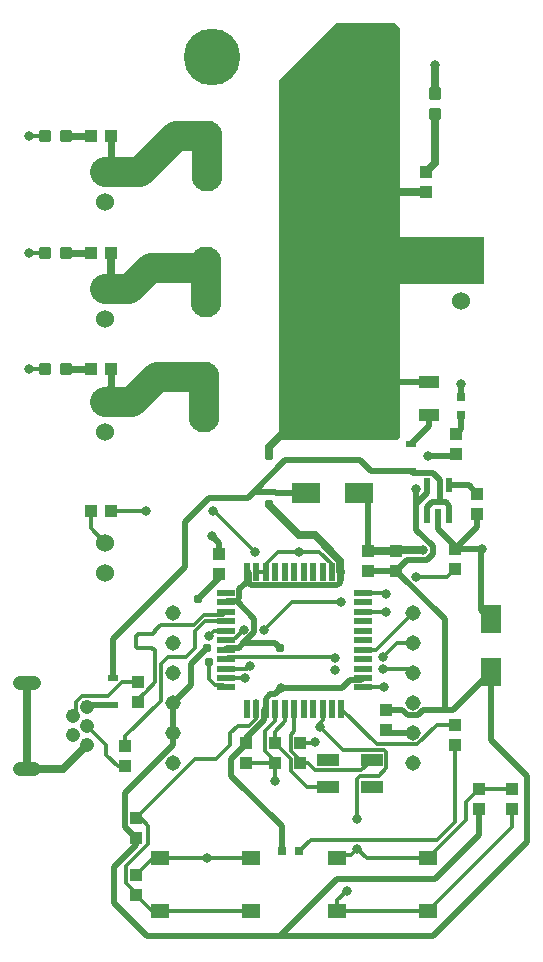
<source format=gbr>
G04 EAGLE Gerber RS-274X export*
G75*
%MOMM*%
%FSLAX34Y34*%
%LPD*%
%INTop Copper*%
%IPPOS*%
%AMOC8*
5,1,8,0,0,1.08239X$1,22.5*%
G01*
%ADD10C,4.800000*%
%ADD11R,1.000000X1.100000*%
%ADD12R,0.830000X0.630000*%
%ADD13C,1.308000*%
%ADD14R,1.800000X1.000000*%
%ADD15C,1.524000*%
%ADD16R,0.800000X0.800000*%
%ADD17C,0.300000*%
%ADD18R,1.550000X1.300000*%
%ADD19R,1.100000X1.000000*%
%ADD20R,0.550000X1.200000*%
%ADD21R,1.900000X1.100000*%
%ADD22C,2.625000*%
%ADD23R,1.500000X0.500000*%
%ADD24R,0.500000X1.500000*%
%ADD25C,1.208000*%
%ADD26C,1.208000*%
%ADD27R,1.524000X1.524000*%
%ADD28R,2.489200X1.752600*%
%ADD29R,1.752600X2.489200*%
%ADD30C,0.806400*%
%ADD31C,0.304800*%
%ADD32C,0.635000*%
%ADD33C,0.508000*%
%ADD34C,0.787400*%
%ADD35C,2.540000*%
%ADD36C,0.609600*%
%ADD37C,0.203200*%

G36*
X345448Y348744D02*
X345448Y348744D01*
X345455Y348743D01*
X345545Y348764D01*
X345637Y348782D01*
X345643Y348787D01*
X345651Y348789D01*
X345799Y348891D01*
X348339Y351431D01*
X348343Y351438D01*
X348349Y351442D01*
X348398Y351521D01*
X348450Y351598D01*
X348451Y351606D01*
X348455Y351613D01*
X348487Y351790D01*
X348487Y480823D01*
X419100Y480823D01*
X419105Y480824D01*
X419110Y480823D01*
X419203Y480844D01*
X419297Y480862D01*
X419301Y480865D01*
X419306Y480866D01*
X419384Y480922D01*
X419462Y480975D01*
X419465Y480979D01*
X419469Y480982D01*
X419520Y481064D01*
X419572Y481143D01*
X419572Y481148D01*
X419575Y481153D01*
X419607Y481330D01*
X419607Y520065D01*
X419606Y520070D01*
X419607Y520075D01*
X419586Y520168D01*
X419568Y520262D01*
X419565Y520266D01*
X419564Y520271D01*
X419508Y520349D01*
X419455Y520427D01*
X419451Y520430D01*
X419448Y520434D01*
X419366Y520485D01*
X419287Y520537D01*
X419282Y520537D01*
X419277Y520540D01*
X419100Y520572D01*
X348487Y520572D01*
X348487Y697230D01*
X348487Y697232D01*
X348487Y697234D01*
X348486Y697239D01*
X348487Y697245D01*
X348466Y697335D01*
X348448Y697427D01*
X348443Y697433D01*
X348441Y697441D01*
X348339Y697589D01*
X344529Y701399D01*
X344522Y701403D01*
X344518Y701409D01*
X344439Y701458D01*
X344362Y701510D01*
X344354Y701511D01*
X344347Y701515D01*
X344170Y701547D01*
X294640Y701547D01*
X294632Y701546D01*
X294625Y701547D01*
X294535Y701526D01*
X294444Y701508D01*
X294437Y701503D01*
X294429Y701501D01*
X294281Y701399D01*
X246021Y653139D01*
X246017Y653132D01*
X246011Y653128D01*
X245962Y653049D01*
X245910Y652972D01*
X245909Y652964D01*
X245905Y652957D01*
X245873Y652780D01*
X245873Y349250D01*
X245874Y349245D01*
X245873Y349240D01*
X245894Y349147D01*
X245912Y349054D01*
X245915Y349049D01*
X245916Y349044D01*
X245972Y348966D01*
X246025Y348888D01*
X246029Y348885D01*
X246032Y348881D01*
X246114Y348830D01*
X246193Y348778D01*
X246198Y348778D01*
X246203Y348775D01*
X246380Y348743D01*
X345440Y348743D01*
X345448Y348744D01*
G37*
D10*
X320040Y673100D03*
D11*
X345440Y237880D03*
X345440Y254880D03*
X414020Y303140D03*
X414020Y286140D03*
X264160Y75320D03*
X264160Y92320D03*
X321310Y237880D03*
X321310Y254880D03*
X242570Y92320D03*
X242570Y75320D03*
X394970Y239150D03*
X394970Y256150D03*
X218440Y92320D03*
X218440Y75320D03*
X336550Y120260D03*
X336550Y103260D03*
D12*
X358140Y322510D03*
X358140Y345510D03*
D13*
X359460Y75430D03*
X359460Y100830D03*
X359460Y126230D03*
X359460Y151630D03*
X359460Y177030D03*
X359460Y202430D03*
X156260Y75430D03*
X156260Y100830D03*
X156260Y126230D03*
X156260Y151630D03*
X156260Y177030D03*
X156260Y202430D03*
D14*
X373380Y397540D03*
X373380Y369540D03*
D10*
X189230Y673100D03*
D15*
X99060Y355600D03*
X99060Y381000D03*
X99060Y450850D03*
X99060Y476250D03*
X99060Y549910D03*
X99060Y575310D03*
X99060Y236220D03*
X99060Y261620D03*
D16*
X263405Y635D03*
X248405Y635D03*
X400050Y384690D03*
X400050Y369690D03*
D17*
X381960Y638365D02*
X374960Y638365D01*
X374960Y645365D01*
X381960Y645365D01*
X381960Y638365D01*
X381960Y641215D02*
X374960Y641215D01*
X374960Y644065D02*
X381960Y644065D01*
X381960Y620825D02*
X374960Y620825D01*
X374960Y627825D01*
X381960Y627825D01*
X381960Y620825D01*
X381960Y623675D02*
X374960Y623675D01*
X374960Y626525D02*
X381960Y626525D01*
D18*
X222500Y-50440D03*
X145800Y-50440D03*
X145800Y-5440D03*
X222500Y-5440D03*
X295660Y-5440D03*
X372360Y-5440D03*
X372360Y-50440D03*
X295660Y-50440D03*
D19*
X125095Y11185D03*
X125095Y28185D03*
D11*
X396240Y353940D03*
X396240Y336940D03*
X370840Y575555D03*
X370840Y558555D03*
D19*
X86750Y288290D03*
X103750Y288290D03*
D11*
X116205Y72145D03*
X116205Y89145D03*
X394970Y107560D03*
X394970Y90560D03*
X127000Y143755D03*
X127000Y126755D03*
D19*
X415290Y35950D03*
X415290Y52950D03*
D20*
X371500Y284179D03*
X381000Y284179D03*
X390500Y284179D03*
X390500Y310181D03*
X371500Y310181D03*
D21*
X287570Y54540D03*
X324570Y77540D03*
X287570Y77540D03*
X324570Y54540D03*
D22*
X184110Y499600D03*
X184110Y465600D03*
X318810Y499600D03*
X318810Y465600D03*
X182840Y401810D03*
X182840Y367810D03*
X317540Y401810D03*
X317540Y367810D03*
X185380Y606280D03*
X185380Y572280D03*
X320080Y606280D03*
X320080Y572280D03*
D19*
X86750Y506730D03*
X103750Y506730D03*
X86750Y408940D03*
X103750Y408940D03*
X86750Y605790D03*
X103750Y605790D03*
D17*
X51880Y609290D02*
X51880Y602290D01*
X44880Y602290D01*
X44880Y609290D01*
X51880Y609290D01*
X51880Y605140D02*
X44880Y605140D01*
X44880Y607990D02*
X51880Y607990D01*
X69420Y609290D02*
X69420Y602290D01*
X62420Y602290D01*
X62420Y609290D01*
X69420Y609290D01*
X69420Y605140D02*
X62420Y605140D01*
X62420Y607990D02*
X69420Y607990D01*
X51880Y412440D02*
X51880Y405440D01*
X44880Y405440D01*
X44880Y412440D01*
X51880Y412440D01*
X51880Y408290D02*
X44880Y408290D01*
X44880Y411140D02*
X51880Y411140D01*
X69420Y412440D02*
X69420Y405440D01*
X62420Y405440D01*
X62420Y412440D01*
X69420Y412440D01*
X69420Y408290D02*
X62420Y408290D01*
X62420Y411140D02*
X69420Y411140D01*
X51880Y503230D02*
X51880Y510230D01*
X51880Y503230D02*
X44880Y503230D01*
X44880Y510230D01*
X51880Y510230D01*
X51880Y506080D02*
X44880Y506080D01*
X44880Y508930D02*
X51880Y508930D01*
X69420Y510230D02*
X69420Y503230D01*
X62420Y503230D01*
X62420Y510230D01*
X69420Y510230D01*
X69420Y506080D02*
X62420Y506080D01*
X62420Y508930D02*
X69420Y508930D01*
D23*
X201080Y219070D03*
X201080Y211070D03*
X201080Y203070D03*
X201080Y195070D03*
X201080Y187070D03*
X201080Y179070D03*
X201080Y171070D03*
X201080Y163070D03*
X201080Y155070D03*
X201080Y147070D03*
X201080Y139070D03*
D24*
X219080Y121070D03*
X227080Y121070D03*
X235080Y121070D03*
X243080Y121070D03*
X251080Y121070D03*
X259080Y121070D03*
X267080Y121070D03*
X275080Y121070D03*
X283080Y121070D03*
X291080Y121070D03*
X299080Y121070D03*
D23*
X317080Y139070D03*
X317080Y147070D03*
X317080Y155070D03*
X317080Y163070D03*
X317080Y171070D03*
X317080Y179070D03*
X317080Y187070D03*
X317080Y195070D03*
X317080Y203070D03*
X317080Y211070D03*
X317080Y219070D03*
D24*
X299080Y237070D03*
X291080Y237070D03*
X283080Y237070D03*
X275080Y237070D03*
X267080Y237070D03*
X259080Y237070D03*
X251080Y237070D03*
X243080Y237070D03*
X235080Y237070D03*
X227080Y237070D03*
X219080Y237070D03*
D12*
X105410Y147390D03*
X105410Y124390D03*
D25*
X39060Y143180D02*
X26980Y143180D01*
X26980Y70180D02*
X39060Y70180D01*
D26*
X71520Y98680D03*
X71520Y114680D03*
X83520Y90680D03*
X83520Y106680D03*
X83520Y122680D03*
D11*
X195580Y235340D03*
X195580Y252340D03*
X125095Y-37075D03*
X125095Y-20075D03*
X443865Y52950D03*
X443865Y35950D03*
D27*
X400685Y501142D03*
D15*
X400685Y466090D03*
D28*
X269367Y303530D03*
X313563Y303530D03*
D29*
X425450Y152527D03*
X425450Y196723D03*
D30*
X34290Y408940D03*
D31*
X48380Y408940D01*
X48380Y506730D02*
X34290Y506730D01*
D30*
X34290Y506730D03*
D31*
X34290Y605790D02*
X48380Y605790D01*
D30*
X34290Y605790D03*
D32*
X378460Y641865D02*
X378460Y666115D01*
D30*
X378460Y666115D03*
D31*
X334650Y139070D02*
X317080Y139070D01*
X334650Y139070D02*
X335280Y139700D01*
D30*
X335280Y139700D03*
D31*
X201080Y187070D02*
X191360Y187070D01*
X187170Y182880D01*
D30*
X187170Y182880D03*
D31*
X227080Y237070D02*
X235080Y237070D01*
X317080Y219070D02*
X335920Y219070D01*
X336550Y218440D01*
D30*
X336550Y218440D03*
D33*
X381000Y273050D02*
X381000Y284179D01*
X381000Y273050D02*
X394970Y259080D01*
X394970Y256150D01*
X414020Y275200D01*
X414020Y286140D01*
D32*
X345440Y254880D02*
X321310Y254880D01*
D31*
X336550Y103260D02*
X338980Y100830D01*
D33*
X359460Y100830D01*
D31*
X372360Y-50440D02*
X295660Y-50440D01*
X241300Y75320D02*
X218440Y75320D01*
X241300Y75320D02*
X242570Y75320D01*
X242570Y59690D01*
D30*
X242570Y59690D03*
D33*
X394970Y256150D02*
X417440Y256150D01*
D32*
X417830Y256540D01*
D30*
X417830Y256540D03*
D31*
X243080Y121070D02*
X243080Y111060D01*
X264160Y92320D02*
X276470Y92320D01*
X276860Y92710D01*
D30*
X276860Y92710D03*
X368300Y255270D03*
D32*
X345830Y255270D02*
X345440Y254880D01*
X345830Y255270D02*
X368300Y255270D01*
D30*
X185420Y-5080D03*
D31*
X295660Y-40890D02*
X295660Y-50440D01*
X295660Y-40890D02*
X303530Y-33020D01*
D30*
X303530Y-33020D03*
D31*
X185060Y-5440D02*
X145800Y-5440D01*
X185060Y-5440D02*
X185420Y-5080D01*
X222140Y-5080D01*
X222500Y-5440D01*
D30*
X400050Y396240D03*
D33*
X400050Y384690D01*
D31*
X235080Y243840D02*
X235080Y237070D01*
X235080Y243840D02*
X245110Y253870D01*
X280461Y254000D02*
X291080Y243381D01*
X291080Y237070D01*
D30*
X262890Y254000D03*
D31*
X262760Y253870D02*
X245110Y253870D01*
X262760Y253870D02*
X262890Y254000D01*
X280461Y254000D01*
D32*
X33020Y143180D02*
X33020Y70180D01*
X63020Y70180D02*
X83520Y90680D01*
X63020Y70180D02*
X33020Y70180D01*
D33*
X195580Y252340D02*
X195580Y261620D01*
X189865Y267335D01*
D30*
X189865Y267335D03*
D31*
X139730Y-5440D02*
X125095Y-20075D01*
X139730Y-5440D02*
X145800Y-5440D01*
X443865Y21065D02*
X443865Y35950D01*
X443865Y21065D02*
X372360Y-50440D01*
D33*
X321310Y295783D02*
X313563Y303530D01*
X321310Y295783D02*
X321310Y254880D01*
X417440Y204733D02*
X425450Y196723D01*
X417440Y204733D02*
X417440Y256150D01*
D31*
X241300Y78780D02*
X241300Y75320D01*
X241300Y78780D02*
X234522Y85558D01*
X234522Y102502D01*
X243080Y111060D01*
D30*
X334010Y154742D03*
X293370Y154107D03*
D31*
X219205Y155070D02*
X201080Y155070D01*
X219205Y155070D02*
X221615Y157480D01*
D30*
X221615Y157480D03*
D31*
X334010Y154742D02*
X356348Y154742D01*
X359460Y151630D01*
D33*
X396240Y353940D02*
X400050Y357750D01*
X400050Y369690D01*
D34*
X187325Y160655D03*
D31*
X198628Y141522D02*
X201080Y139070D01*
X198628Y141522D02*
X192318Y141522D01*
X187325Y146515D01*
X187325Y160655D01*
X201080Y147070D02*
X216880Y147070D01*
X217074Y147264D01*
D30*
X217074Y147264D03*
D31*
X242570Y101600D02*
X242570Y92320D01*
X242570Y101600D02*
X251460Y110490D01*
X251460Y120690D01*
X251080Y121070D01*
X242570Y92320D02*
X256112Y78778D01*
X256112Y68558D01*
X270130Y54540D01*
X287570Y54540D01*
X270480Y75320D02*
X264160Y75320D01*
X270480Y75320D02*
X276808Y68992D01*
X316022Y68992D01*
X324570Y77540D01*
X256112Y85558D02*
X256112Y99083D01*
X264160Y77510D02*
X264160Y75320D01*
X264160Y77510D02*
X256112Y85558D01*
X256112Y99083D02*
X259080Y102051D01*
X259080Y121070D01*
X379750Y107560D02*
X394970Y107560D01*
X379750Y107560D02*
X363092Y90902D01*
X329248Y90902D02*
X299080Y121070D01*
X329248Y90902D02*
X363092Y90902D01*
X394970Y25400D02*
X379730Y10160D01*
X394970Y25400D02*
X394970Y90560D01*
X272930Y10160D02*
X263405Y635D01*
X272930Y10160D02*
X379730Y10160D01*
D33*
X358140Y345510D02*
X373380Y360750D01*
X373380Y369540D01*
D31*
X222500Y-50440D02*
X145800Y-50440D01*
X227080Y121070D02*
X227080Y127381D01*
X125095Y-37075D02*
X138460Y-50440D01*
X145800Y-50440D01*
X125095Y28185D02*
X175015Y78105D01*
X193040Y78105D01*
X205105Y90170D01*
X205105Y100330D01*
X211455Y106680D01*
X220980Y106680D01*
X227080Y112780D01*
X227080Y121070D01*
X135548Y21893D02*
X135548Y6828D01*
X125095Y-34886D02*
X125095Y-37075D01*
X125095Y-34886D02*
X116412Y-26203D01*
X135548Y21893D02*
X129256Y28185D01*
X125095Y28185D01*
X116412Y-12309D02*
X116412Y-26203D01*
X116412Y-12309D02*
X135548Y6828D01*
D30*
X334010Y165100D03*
X293370Y163830D03*
D31*
X292353Y164847D01*
X334010Y165100D02*
X345940Y177030D01*
X359460Y177030D01*
X202857Y164847D02*
X201080Y163070D01*
X202857Y164847D02*
X292353Y164847D01*
D32*
X378460Y583175D02*
X378460Y624325D01*
X378460Y583175D02*
X370840Y575555D01*
D31*
X306950Y-2930D02*
X298170Y-2930D01*
X295660Y-5440D01*
D30*
X312420Y27940D03*
X312420Y2540D03*
D31*
X306950Y-2930D01*
D30*
X280670Y105410D03*
D31*
X320400Y-5440D02*
X372360Y-5440D01*
X320400Y-5440D02*
X312420Y2540D01*
X404690Y42350D02*
X415290Y52950D01*
X337118Y84303D02*
X335333Y86088D01*
X337118Y84303D02*
X337118Y70778D01*
X299992Y86088D02*
X280670Y105410D01*
X299992Y86088D02*
X335333Y86088D01*
X315140Y64420D02*
X312022Y61303D01*
X330761Y64420D02*
X337118Y70778D01*
X330761Y64420D02*
X315140Y64420D01*
X280670Y105410D02*
X280670Y109220D01*
X283210Y111760D01*
X283210Y120940D01*
X283080Y121070D01*
X404690Y26890D02*
X372360Y-5440D01*
X404690Y26890D02*
X404690Y42350D01*
X312420Y27940D02*
X312022Y28338D01*
X312022Y61303D01*
X415290Y52950D02*
X443865Y52950D01*
X133350Y288290D02*
X103750Y288290D01*
D30*
X133350Y288290D03*
X225862Y254000D03*
X336550Y203200D03*
D31*
X317210Y203200D01*
X317080Y203070D01*
D30*
X190500Y288290D03*
D31*
X191572Y288290D02*
X225862Y254000D01*
X191572Y288290D02*
X190500Y288290D01*
X321310Y171070D02*
X323391Y171070D01*
X321310Y171070D02*
X317080Y171070D01*
X323391Y171070D02*
X328100Y171070D01*
X359460Y202430D01*
D35*
X182840Y401810D02*
X142730Y401810D01*
D36*
X104140Y408550D02*
X103750Y408940D01*
X104140Y408550D02*
X104140Y392938D01*
D35*
X121920Y381000D02*
X142730Y401810D01*
X121920Y381000D02*
X99060Y381000D01*
X182840Y367810D02*
X182840Y401810D01*
D32*
X104140Y392938D02*
X99060Y387858D01*
X99060Y381000D01*
D35*
X184110Y465600D02*
X184110Y499600D01*
X179030Y494520D01*
X137650Y494520D01*
X119380Y476250D01*
X104013Y476250D02*
X99060Y476250D01*
X104013Y476250D02*
X119380Y476250D01*
D32*
X104140Y506340D02*
X103750Y506730D01*
X104140Y476377D02*
X104013Y476250D01*
X104140Y476377D02*
X104140Y506340D01*
D35*
X159240Y606280D02*
X185380Y606280D01*
X128270Y575310D02*
X104013Y575310D01*
X99060Y575310D01*
X128270Y575310D02*
X159240Y606280D01*
X185380Y606280D02*
X185380Y572280D01*
D36*
X103750Y584590D02*
X103750Y605790D01*
X103750Y584590D02*
X104140Y584200D01*
D37*
X104013Y584073D01*
X104013Y575310D01*
D31*
X86750Y288290D02*
X86750Y273930D01*
X99060Y261620D01*
D36*
X86750Y605790D02*
X65920Y605790D01*
X65920Y408940D02*
X86750Y408940D01*
X86750Y506730D02*
X65920Y506730D01*
D31*
X146050Y158750D02*
X146050Y127390D01*
X146050Y158750D02*
X152400Y165100D01*
X167640Y165100D01*
X175260Y172720D01*
X175260Y186690D01*
X183640Y195070D01*
X201080Y195070D01*
X146050Y127390D02*
X116205Y97545D01*
X116205Y89145D01*
X127000Y126755D02*
X127000Y128990D01*
X133217Y135207D01*
X133263Y135207D01*
X198628Y200618D02*
X201080Y203070D01*
X141478Y143423D02*
X133263Y135207D01*
X141478Y143423D02*
X141478Y168764D01*
X141476Y168879D01*
X141470Y168993D01*
X141461Y169107D01*
X141447Y169221D01*
X141430Y169334D01*
X141409Y169447D01*
X141385Y169559D01*
X141356Y169670D01*
X141324Y169780D01*
X141288Y169889D01*
X141249Y169996D01*
X141206Y170103D01*
X141159Y170207D01*
X141109Y170311D01*
X141056Y170412D01*
X140999Y170511D01*
X140939Y170609D01*
X140876Y170705D01*
X140810Y170798D01*
X140740Y170889D01*
X140668Y170978D01*
X140592Y171064D01*
X140514Y171148D01*
X140433Y171229D01*
X140349Y171307D01*
X140263Y171383D01*
X140174Y171455D01*
X140083Y171525D01*
X139990Y171591D01*
X139894Y171654D01*
X139796Y171714D01*
X139697Y171771D01*
X139596Y171824D01*
X139492Y171874D01*
X139388Y171921D01*
X139281Y171964D01*
X139174Y172003D01*
X139065Y172039D01*
X138955Y172071D01*
X138844Y172100D01*
X138732Y172124D01*
X138619Y172145D01*
X138506Y172162D01*
X138392Y172176D01*
X138278Y172185D01*
X138164Y172191D01*
X138049Y172193D01*
X128372Y172193D01*
X128257Y172195D01*
X128143Y172201D01*
X128029Y172210D01*
X127915Y172224D01*
X127802Y172241D01*
X127689Y172262D01*
X127577Y172286D01*
X127466Y172315D01*
X127356Y172347D01*
X127247Y172383D01*
X127140Y172422D01*
X127033Y172465D01*
X126929Y172512D01*
X126825Y172562D01*
X126724Y172615D01*
X126625Y172672D01*
X126527Y172732D01*
X126431Y172795D01*
X126338Y172861D01*
X126247Y172931D01*
X126158Y173003D01*
X126072Y173079D01*
X125988Y173157D01*
X125907Y173238D01*
X125829Y173322D01*
X125753Y173408D01*
X125681Y173497D01*
X125611Y173588D01*
X125545Y173681D01*
X125482Y173777D01*
X125422Y173875D01*
X125365Y173974D01*
X125312Y174075D01*
X125262Y174179D01*
X125215Y174283D01*
X125172Y174390D01*
X125133Y174497D01*
X125097Y174606D01*
X125065Y174716D01*
X125036Y174827D01*
X125012Y174939D01*
X124991Y175052D01*
X124974Y175165D01*
X124960Y175279D01*
X124951Y175393D01*
X124945Y175507D01*
X124943Y175622D01*
X124943Y181015D01*
X124945Y181130D01*
X124951Y181244D01*
X124960Y181358D01*
X124974Y181472D01*
X124991Y181585D01*
X125012Y181698D01*
X125036Y181810D01*
X125065Y181921D01*
X125097Y182031D01*
X125133Y182140D01*
X125172Y182247D01*
X125215Y182354D01*
X125262Y182458D01*
X125312Y182562D01*
X125365Y182663D01*
X125422Y182762D01*
X125482Y182860D01*
X125545Y182956D01*
X125611Y183049D01*
X125681Y183140D01*
X125753Y183229D01*
X125829Y183315D01*
X125907Y183399D01*
X125988Y183480D01*
X126072Y183558D01*
X126158Y183634D01*
X126247Y183706D01*
X126338Y183776D01*
X126431Y183842D01*
X126527Y183905D01*
X126625Y183965D01*
X126724Y184022D01*
X126825Y184075D01*
X126929Y184125D01*
X127033Y184172D01*
X127140Y184215D01*
X127247Y184254D01*
X127356Y184290D01*
X127466Y184322D01*
X127577Y184351D01*
X127689Y184375D01*
X127802Y184396D01*
X127915Y184413D01*
X128029Y184427D01*
X128143Y184436D01*
X128257Y184442D01*
X128372Y184444D01*
X138049Y184444D01*
X138164Y184446D01*
X138278Y184452D01*
X138392Y184461D01*
X138506Y184475D01*
X138619Y184492D01*
X138732Y184513D01*
X138844Y184537D01*
X138955Y184566D01*
X139065Y184598D01*
X139174Y184634D01*
X139281Y184673D01*
X139388Y184716D01*
X139492Y184763D01*
X139596Y184813D01*
X139697Y184866D01*
X139796Y184923D01*
X139894Y184983D01*
X139990Y185046D01*
X140083Y185112D01*
X140174Y185182D01*
X140263Y185254D01*
X140349Y185330D01*
X140433Y185408D01*
X140514Y185489D01*
X140592Y185573D01*
X140668Y185659D01*
X140740Y185748D01*
X140810Y185839D01*
X140876Y185932D01*
X140939Y186028D01*
X140999Y186126D01*
X141056Y186225D01*
X141109Y186326D01*
X141159Y186430D01*
X141206Y186534D01*
X141249Y186641D01*
X141288Y186748D01*
X141324Y186857D01*
X141356Y186967D01*
X141385Y187078D01*
X141409Y187190D01*
X141430Y187303D01*
X141447Y187416D01*
X141461Y187530D01*
X141470Y187644D01*
X141476Y187758D01*
X141478Y187873D01*
X145939Y192333D01*
X182722Y200618D02*
X198628Y200618D01*
X182722Y200618D02*
X174437Y192333D01*
X145939Y192333D01*
D32*
X345050Y558555D02*
X370840Y558555D01*
D33*
X373380Y397540D02*
X341660Y397540D01*
D30*
X247650Y138430D03*
D33*
X242489Y133269D02*
X238634Y133269D01*
X242489Y133269D02*
X247650Y138430D01*
X238634Y133269D02*
X235080Y129715D01*
X295263Y225506D02*
X297644Y227887D01*
X222897Y225506D02*
X220516Y227887D01*
X222897Y225506D02*
X295263Y225506D01*
X297644Y235634D02*
X299080Y237070D01*
X297644Y235634D02*
X297644Y227887D01*
X220516Y227887D02*
X220516Y235634D01*
X219080Y237070D01*
X217897Y227887D02*
X220516Y227887D01*
X202516Y212506D02*
X201080Y211070D01*
X202516Y212506D02*
X210263Y212506D01*
X212644Y214887D01*
X212644Y222634D01*
X217897Y227887D01*
X210263Y212506D02*
X225425Y197344D01*
X202516Y172506D02*
X201080Y171070D01*
X216114Y176316D02*
X225425Y185627D01*
X216114Y176316D02*
X212305Y172506D01*
X202516Y172506D01*
X225425Y185627D02*
X225425Y197344D01*
X216114Y176316D02*
X242784Y176316D01*
X247015Y172085D01*
D34*
X247015Y172085D03*
D33*
X247650Y138430D02*
X299348Y138430D01*
X315644Y145634D02*
X317080Y147070D01*
X306552Y145634D02*
X299348Y138430D01*
X306552Y145634D02*
X315644Y145634D01*
D32*
X299080Y237070D02*
X298279Y237871D01*
X298279Y246516D01*
X276825Y267970D01*
X262890Y267970D01*
X237490Y293370D01*
X237490Y294640D01*
D34*
X237490Y294640D03*
X237490Y335280D03*
D32*
X237490Y342265D01*
X252730Y357505D01*
D33*
X235080Y121070D02*
X233644Y119634D01*
X218440Y96237D02*
X218440Y92320D01*
X218440Y96237D02*
X233644Y111441D01*
X233644Y119634D01*
X205566Y78693D02*
X205566Y64327D01*
X248405Y21488D02*
X248405Y635D01*
X248405Y21488D02*
X205566Y64327D01*
X218440Y91567D02*
X218440Y92320D01*
X218440Y91567D02*
X205566Y78693D01*
X235080Y121070D02*
X235080Y129715D01*
X171860Y141485D02*
X171860Y158750D01*
X321310Y237880D02*
X345440Y237880D01*
D30*
X372110Y335280D03*
X361950Y307340D03*
D33*
X378032Y-23161D02*
X295489Y-23161D01*
X372110Y335280D02*
X394580Y335280D01*
X396240Y336940D01*
X371500Y303635D02*
X362228Y294362D01*
X361950Y294640D02*
X361950Y307340D01*
X361950Y294640D02*
X362228Y294362D01*
X197310Y237070D02*
X195580Y235340D01*
X156260Y126230D02*
X156260Y100830D01*
X156260Y126230D02*
X171515Y141485D01*
X171860Y141485D01*
X393183Y120260D02*
X425450Y152527D01*
X350434Y120260D02*
X336550Y120260D01*
X350434Y120260D02*
X355068Y115626D01*
X363852Y115626D01*
X368486Y120260D01*
X386715Y120260D01*
X393183Y120260D01*
X386715Y120260D02*
X386715Y196605D01*
X345440Y237880D01*
X371654Y247174D02*
X376396Y251917D01*
X376396Y258624D01*
X354734Y247174D02*
X345440Y237880D01*
X362228Y272792D02*
X362228Y294362D01*
X354734Y247174D02*
X371654Y247174D01*
X376396Y258624D02*
X362228Y272792D01*
X106506Y-12892D02*
X106506Y-43623D01*
X134327Y-71444D01*
X125095Y5697D02*
X125095Y11185D01*
X125095Y5697D02*
X106506Y-12892D01*
X156260Y90426D02*
X156260Y100830D01*
X156260Y90426D02*
X115531Y49697D01*
X115531Y20749D02*
X125095Y11185D01*
X115531Y20749D02*
X115531Y49697D01*
D34*
X185484Y172374D03*
X177800Y213995D03*
D33*
X195580Y231775D01*
X195580Y235340D01*
X185484Y172374D02*
X171860Y158750D01*
X371500Y303635D02*
X371500Y310181D01*
X456104Y8227D02*
X376433Y-71444D01*
X247206Y-71444D01*
X134327Y-71444D01*
X247206Y-71444D02*
X295489Y-23161D01*
X456104Y8227D02*
X456104Y63943D01*
X425450Y94597D02*
X425450Y152527D01*
X425450Y94597D02*
X456104Y63943D01*
X415290Y35950D02*
X415290Y14097D01*
X378032Y-23161D01*
D30*
X216309Y187960D03*
D31*
X216281Y187960D01*
D30*
X233680Y187960D03*
X362427Y232887D03*
D31*
X388707Y232887D01*
X394970Y239150D01*
X257175Y211455D02*
X233680Y187960D01*
X257175Y211455D02*
X299085Y211455D01*
D30*
X299085Y211455D03*
D31*
X207391Y179070D02*
X201080Y179070D01*
X207391Y179070D02*
X216281Y187960D01*
D33*
X406979Y310181D02*
X414020Y303140D01*
X406979Y310181D02*
X390500Y310181D01*
X85230Y124390D02*
X83520Y122680D01*
X85230Y124390D02*
X105410Y124390D01*
D31*
X79756Y131768D02*
X74432Y126444D01*
X113386Y143755D02*
X127000Y143755D01*
X74432Y117592D02*
X71520Y114680D01*
X74432Y117592D02*
X74432Y126444D01*
X101399Y131768D02*
X113386Y143755D01*
X101399Y131768D02*
X79756Y131768D01*
X83520Y106680D02*
X99902Y90298D01*
X99902Y81748D01*
X109505Y72145D02*
X116205Y72145D01*
X109505Y72145D02*
X99902Y81748D01*
D33*
X251460Y331470D02*
X314960Y331470D01*
X219710Y299720D02*
X186690Y299720D01*
X224790Y304800D02*
X251460Y331470D01*
X224790Y304800D02*
X219710Y299720D01*
X224790Y304800D02*
X242540Y304800D01*
X390500Y292760D02*
X390500Y284179D01*
X382270Y314806D02*
X376196Y320880D01*
X359770Y320880D01*
X358140Y322510D01*
X371500Y291490D02*
X371500Y284179D01*
X371500Y291490D02*
X375920Y295910D01*
X387350Y295910D02*
X390500Y292760D01*
X382270Y295910D02*
X375920Y295910D01*
X382270Y295910D02*
X387350Y295910D01*
X382270Y295910D02*
X382270Y314806D01*
X186690Y299720D02*
X166370Y279400D01*
X323920Y322510D02*
X358140Y322510D01*
X323920Y322510D02*
X314960Y331470D01*
X166370Y241370D02*
X105410Y180410D01*
X166370Y241370D02*
X166370Y279400D01*
X105410Y180410D02*
X105410Y147390D01*
X243810Y303530D02*
X242540Y304800D01*
X243810Y303530D02*
X269367Y303530D01*
M02*

</source>
